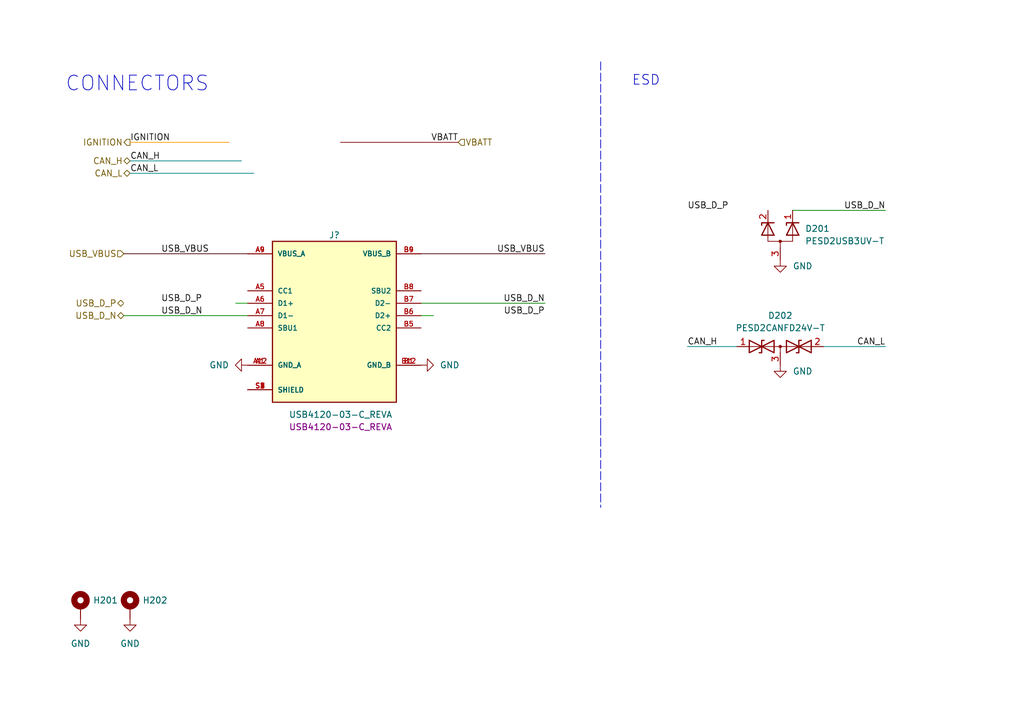
<source format=kicad_sch>
(kicad_sch (version 20211123) (generator eeschema)
  (paper "A5")
  (title_block (title "${Title}") (date "2022-06-24") (rev "${Revision}") (company "Connor Rigby") (comment 1 "https://github.com/miata-bot/can-link") (comment 2 "https://cone.codes"))
  (lib_symbols
    (symbol "ConeCodes:USB4120-03-C_REVA" (pin_names (offset 1.016))
      (property "Reference" "J" (at -12.7 16.002 0))
      (property "Value" "USB4120-03-C_REVA" (at -12.7 -18.542 0))
      (property "MPN" "USB4120-03-C_REVA" (at 0 0 0))
      (symbol "USB4120-03-C_REVA_0_0"
        (rectangle (start -12.7 -17.78) (end 12.7 15.24) (stroke (width 0.254)) (fill (type background)))
        (pin power_in line (at -17.78 -10.16 0) (length 5.08) (name "GND_A") (number "A1"))
        (pin power_in line (at -17.78 -10.16 0) (length 5.08) (name "GND_A") (number "A12"))
        (pin power_in line (at -17.78 12.7 0) (length 5.08) (name "VBUS_A") (number "A4"))
        (pin bidirectional line (at -17.78 5.08 0) (length 5.08) (name "CC1") (number "A5"))
        (pin bidirectional line (at -17.78 2.54 0) (length 5.08) (name "D1+") (number "A6"))
        (pin bidirectional line (at -17.78 0 0) (length 5.08) (name "D1-") (number "A7"))
        (pin bidirectional line (at -17.78 -2.54 0) (length 5.08) (name "SBU1") (number "A8"))
        (pin power_in line (at -17.78 12.7 0) (length 5.08) (name "VBUS_A") (number "A9"))
        (pin power_in line (at 17.78 -10.16 180) (length 5.08) (name "GND_B") (number "B1"))
        (pin power_in line (at 17.78 -10.16 180) (length 5.08) (name "GND_B") (number "B12"))
        (pin power_in line (at 17.78 12.7 180) (length 5.08) (name "VBUS_B") (number "B4"))
        (pin bidirectional line (at 17.78 -2.54 180) (length 5.08) (name "CC2") (number "B5"))
        (pin bidirectional line (at 17.78 0 180) (length 5.08) (name "D2+") (number "B6"))
        (pin bidirectional line (at 17.78 2.54 180) (length 5.08) (name "D2-") (number "B7"))
        (pin bidirectional line (at 17.78 5.08 180) (length 5.08) (name "SBU2") (number "B8"))
        (pin power_in line (at 17.78 12.7 180) (length 5.08) (name "VBUS_B") (number "B9"))
        (pin passive line (at -17.78 -15.24 0) (length 5.08) (name "SHIELD") (number "S1"))
        (pin passive line (at -17.78 -15.24 0) (length 5.08) (name "SHIELD") (number "S2"))
        (pin passive line (at -17.78 -15.24 0) (length 5.08) (name "SHIELD") (number "S3"))
        (pin passive line (at -17.78 -15.24 0) (length 5.08) (name "SHIELD") (number "S4"))
      )
    )
    (symbol "Device:D_TVS_Dual_AAC" (pin_names (offset 1.016) hide)
      (property "Reference" "D" (at 0 4.445 0))
      (property "Value" "D_TVS_Dual_AAC" (at 0 2.54 0))
      (symbol "D_TVS_Dual_AAC_0_0"
        (polyline (pts (xy 0 -1.27) (xy 0 0)))
      )
      (symbol "D_TVS_Dual_AAC_0_1"
        (polyline (pts (xy -6.35 0) (xy 6.35 0)))
        (polyline (pts (xy -3.302 1.27) (xy -3.81 1.27) (xy -3.81 -1.27) (xy -4.318 -1.27)) (stroke (width 0.254)))
        (polyline (pts (xy 4.318 1.27) (xy 3.81 1.27) (xy 3.81 -1.27) (xy 3.302 -1.27)) (stroke (width 0.254)))
        (polyline (pts (xy -6.35 1.27) (xy -1.27 -1.27) (xy -1.27 1.27) (xy -6.35 -1.27) (xy -6.35 1.27)) (stroke (width 0.254)))
        (polyline (pts (xy 6.35 1.27) (xy 1.27 -1.27) (xy 1.27 1.27) (xy 6.35 -1.27) (xy 6.35 1.27)) (stroke (width 0.254)))
        (circle (center 0 0) (radius 0.254) (fill (type outline)))
      )
      (symbol "D_TVS_Dual_AAC_1_1"
        (pin passive line (at -8.89 0 0) (length 2.54) (name "A1") (number "1"))
        (pin passive line (at 8.89 0 180) (length 2.54) (name "A2") (number "2"))
        (pin input line (at 0 -3.81 90) (length 2.54) (name "common") (number "3"))
      )
    )
    (symbol "Device:D_Zener_Dual_CommonAnode_KKA_Parallel" (pin_names (offset 0.762) hide)
      (property "Reference" "D" (at 0 5.08 0))
      (property "Value" "D_Zener_Dual_CommonAnode_KKA_Parallel" (at 0 -5.08 0))
      (symbol "D_Zener_Dual_CommonAnode_KKA_Parallel_0_0"
        (polyline (pts (xy 2.032 1.27) (xy 2.54 1.27) (xy 2.54 3.81)) (stroke (width 0.254)))
        (polyline (pts (xy 2.54 -1.27) (xy 2.54 -3.81) (xy 2.032 -3.81)) (stroke (width 0.254)))
      )
      (symbol "D_Zener_Dual_CommonAnode_KKA_Parallel_0_1"
        (circle (center -1.27 0) (radius 0.254) (fill (type outline)))
        (polyline (pts (xy -1.27 0) (xy -2.54 0)))
        (polyline (pts (xy 2.54 2.54) (xy -1.27 2.54) (xy -1.27 -2.54) (xy 2.54 -2.54)))
        (polyline (pts (xy 0 -1.27) (xy 2.54 -2.54) (xy 0 -3.81) (xy 0 -1.27) (xy 0 -1.27) (xy 0 -1.27)) (stroke (width 0.254)))
        (polyline (pts (xy 0 3.81) (xy 2.54 2.54) (xy 0 1.27) (xy 0 3.81) (xy 0 3.81) (xy 0 3.81)) (stroke (width 0.254)))
        (pin passive line (at 5.08 2.54 180) (length 2.54) (name "K") (number "1"))
        (pin passive line (at 5.08 -2.54 180) (length 2.54) (name "K") (number "2"))
        (pin passive line (at -5.08 0 0) (length 2.54) (name "A") (number "3"))
      )
    )
    (symbol "Mechanical:MountingHole_Pad" (pin_numbers hide) (pin_names (offset 1.016) hide)
      (property "Reference" "H" (at 0 6.35 0))
      (property "Value" "MountingHole_Pad" (at 0 4.445 0))
      (symbol "MountingHole_Pad_0_1"
        (circle (center 0 1.27) (radius 1.27) (stroke (width 1.27)))
      )
      (symbol "MountingHole_Pad_1_1"
        (pin input line (at 0 -2.54 90) (length 2.54) (name "1") (number "1"))
      )
    )
    (symbol "power:GND" (power) (pin_names (offset 0))
      (property "Value" "GND" (at 0 -3.81 0))
      (symbol "GND_0_1"
        (polyline (pts (xy 0 0) (xy 0 -1.27) (xy 1.27 -1.27) (xy 0 -2.54) (xy -1.27 -1.27) (xy 0 -1.27)))
      )
      (symbol "GND_1_1"
        (pin power_in line (at 0 0 270) (length 0) hide (name "GND") (number "1"))
      )
    )
  )
  (polyline (pts (xy 123.19 12.7) (xy 123.19 87.63)))
  (wire (pts (xy 168.91 71.12) (xy 181.61 71.12)) (stroke (width 0) (color 0 132 132 1)))
  (wire (pts (xy 162.56 43.18) (xy 181.61 43.18)) (stroke (width 0) (color 0 132 0 1)))
  (polyline (pts (xy 123.19 87.63) (xy 123.19 104.14)))
  (wire (pts (xy 25.4 64.77) (xy 50.8 64.77)) (stroke (width 0) (color 0 132 0 1)))
  (wire (pts (xy 140.97 71.12) (xy 151.13 71.12)) (stroke (width 0) (color 0 132 132 1)))
  (wire (pts (xy 140.97 43.18) (xy 157.48 43.18)) (stroke (width 0) (color 255 255 255 1)))
  (wire (pts (xy 50.8 52.07) (xy 25.4 52.07)) (stroke (width 0) (color 72 0 0 1)))
  (wire (pts (xy 48.26 62.23) (xy 50.8 62.23)))
  (wire (pts (xy 86.36 52.07) (xy 111.76 52.07)) (stroke (width 0) (color 72 0 0 1)))
  (wire (pts (xy 88.9 64.77) (xy 86.36 64.77)))
  (wire (pts (xy 69.85 29.21) (xy 93.98 29.21)) (stroke (width 0) (color 132 0 0 1)))
  (wire (pts (xy 26.67 33.02) (xy 49.53 33.02)) (stroke (width 0) (color 0 132 132 1)))
  (wire (pts (xy 26.67 29.21) (xy 46.99 29.21)) (stroke (width 0) (color 255 153 0 1)))
  (wire (pts (xy 26.67 35.56) (xy 52.07 35.56)) (stroke (width 0) (color 0 132 132 1)))
  (wire (pts (xy 25.4 62.23) (xy 48.26 62.23)) (stroke (width 0) (color 255 255 255 1)))
  (wire (pts (xy 111.76 64.77) (xy 88.9 64.77)) (stroke (width 0) (color 255 255 255 1)))
  (wire (pts (xy 111.76 62.23) (xy 86.36 62.23)) (stroke (width 0) (color 0 132 0 1)))
  (text "ESD" (at 129.54 17.78 0) (effects (font (size 2 2)) (justify left bottom)))
  (text "CONNECTORS" (at 13.335 19.05 0) (effects (font (size 3 3)) (justify left bottom)))
  (label "USB_D_P" (at 140.97 43.18 0))
  (label "CAN_L" (at 26.67 35.56 0))
  (label "USB_D_P" (at 111.76 64.77 180))
  (label "CAN_H" (at 140.97 71.12 0))
  (label "VBATT" (at 93.98 29.21 180))
  (label "USB_D_P" (at 33.02 62.23 0))
  (label "USB_D_N" (at 111.76 62.23 180))
  (label "USB_D_N" (at 33.02 64.77 0))
  (label "USB_VBUS" (at 111.76 52.07 180))
  (label "CAN_L" (at 181.61 71.12 180))
  (label "IGNITION" (at 26.67 29.21 0))
  (label "CAN_H" (at 26.67 33.02 0))
  (label "USB_VBUS" (at 33.02 52.07 0))
  (label "USB_D_N" (at 181.61 43.18 180))
  (hierarchical_label "USB_D_N" (shape bidirectional) (at 25.4 64.77 180))
  (hierarchical_label "USB_D_P" (shape bidirectional) (at 25.4 62.23 180))
  (hierarchical_label "VBATT" (shape input) (at 93.98 29.21 0))
  (hierarchical_label "CAN_H" (shape bidirectional) (at 26.67 33.02 180))
  (hierarchical_label "CAN_L" (shape bidirectional) (at 26.67 35.56 180))
  (hierarchical_label "USB_VBUS" (shape input) (at 25.4 52.07 180))
  (hierarchical_label "IGNITION" (shape output) (at 26.67 29.21 180))
  (symbol (lib_id "Device:D_TVS_Dual_AAC") (at 160.02 71.12 0) (unit 1)
    (property "Reference" "D202" (at 160.02 64.77 0))
    (property "Value" "PESD2CANFD24V-T" (at 160.02 67.31 0))
    (property "Footprint" "Package_TO_SOT_SMD:SOT-23" (effects hide))
    (property "MPN" "PESD2CANFD24V-T" (effects hide))
    (property "Description" "TVS DIODE 24VWM 42VC TO236AB" (effects hide))
  )
  (symbol (lib_id "power:GND") (at 160.02 53.34 0) (unit 1)
    (property "Reference" "#PWR071" (effects hide))
    (property "Value" "GND" (at 162.56 54.6099 0) (effects (justify left)))
  )
  (symbol (lib_id "Mechanical:MountingHole_Pad") (at 26.67 124.46 0) (unit 1)
    (property "Reference" "H202" (at 29.21 123.1899 0) (effects (justify left)))
    (property "Value" "MountingHole_Pad" (effects hide))
    (property "Footprint" "MountingHole:MountingHole_6.4mm_M6_Pad_Via" (effects hide))
  )
  (symbol (lib_id "power:GND") (at 160.02 74.93 0) (unit 1)
    (property "Reference" "#PWR074" (effects hide))
    (property "Value" "GND" (at 162.56 76.1999 0) (effects (justify left)))
  )
  (symbol (lib_id "power:GND") (at 26.67 127 0) (unit 1)
    (property "Reference" "#PWR076" (effects hide))
    (property "Value" "GND" (at 26.67 132.08 0))
  )
  (symbol (lib_id "Mechanical:MountingHole_Pad") (at 16.51 124.46 0) (unit 1)
    (property "Reference" "H201" (at 19.05 123.1899 0) (effects (justify left)))
    (property "Value" "MountingHole_Pad" (effects hide))
    (property "Footprint" "MountingHole:MountingHole_6.4mm_M6_Pad_Via" (effects hide))
  )
  (symbol (lib_id "ConeCodes:USB4120-03-C_REVA") (at 68.58 64.77 0) (unit 1)
    (property "Reference" "J?" (at 68.58 48.26 0))
    (property "Value" "USB4120-03-C_REVA" (at 69.85 85.09 0))
    (property "Footprint" "ConeCodes:GCT_USB4120-03-C_REVA" (effects hide))
    (property "Datasheet" "https://www.mouser.com/datasheet/2/837/USB4120-2888136.pdf" (effects hide))
    (property "MPN" "USB4120-03-C_REVA" (at 69.85 87.63 0))
  )
  (symbol (lib_id "power:GND") (at 16.51 127 0) (unit 1)
    (property "Reference" "#PWR075" (effects hide))
    (property "Value" "GND" (at 16.51 132.08 0))
  )
  (symbol (lib_id "Device:D_Zener_Dual_CommonAnode_KKA_Parallel") (at 160.02 48.26 270) (mirror x) (unit 1)
    (property "Reference" "D201" (at 165.1 46.9264 90) (effects (justify left)))
    (property "Value" "PESD2USB3UV-T" (at 165.1 49.4664 90) (effects (justify left)))
    (property "Footprint" "Package_TO_SOT_SMD:SOT-23" (effects hide))
    (property "MPN" "PESD2USB3UV-T" (effects hide))
  )
  (symbol (lib_id "power:GND") (at 86.36 74.93 90) (unit 1)
    (property "Reference" "#PWR073" (effects hide))
    (property "Value" "GND" (at 90.17 74.9299 90) (effects (justify right)))
  )
  (symbol (lib_id "power:GND") (at 50.8 74.93 270) (unit 1)
    (property "Reference" "#PWR?" (effects hide))
    (property "Value" "GND" (at 46.99 74.9299 90) (effects (justify right)))
  )
)
</source>
